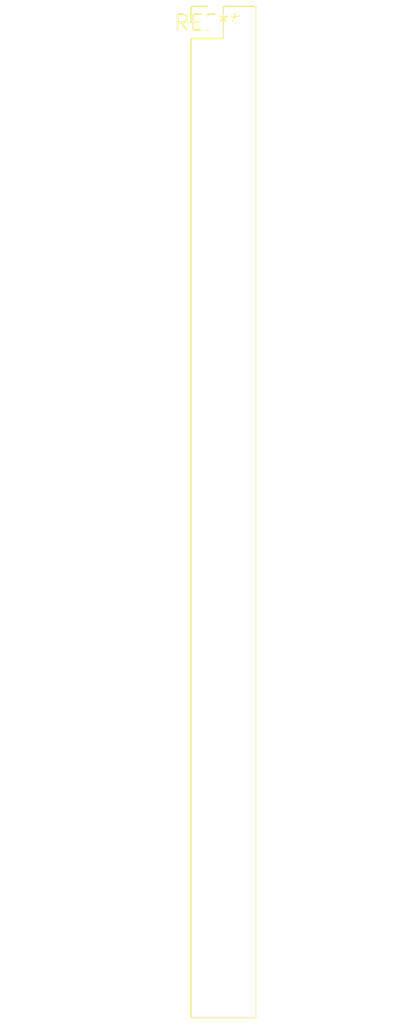
<source format=kicad_pcb>
(kicad_pcb (version 20240108) (generator pcbnew)
  (layers (0 "F.Cu" signal) (31 "B.Cu" signal) (34 "B.Paste" user) (35 "F.Paste" user) (36 "B.SilkS" user "B.Silkscreen") (37 "F.SilkS" user "F.Silkscreen") (38 "B.Mask" user) (39 "F.Mask" user) (44 "Edge.Cuts" user))
  (net 0 "")
  (footprint "PinHeader_2x32_P2.54mm_Vertical" (layer "F.Cu") (at 0 0)
    (property "Reference" "REF**")
    (property "Value" "PinHeader_2x32_P2.54mm_Vertical")
    (fp_line (start -1.33 -1.33) (end 0 -1.33) (layer "F.SilkS") (stroke (width 0.12)))
    (fp_line (start -1.33 0) (end -1.33 -1.33) (layer "F.SilkS") (stroke (width 0.12)))
    (fp_line (start -1.33 1.27) (end -1.33 80.07) (layer "F.SilkS") (stroke (width 0.12)))
    (fp_line (start -1.33 1.27) (end 1.27 1.27) (layer "F.SilkS") (stroke (width 0.12)))
    (fp_line (start -1.33 80.07) (end 3.87 80.07) (layer "F.SilkS") (stroke (width 0.12)))
    (fp_line (start 1.27 -1.33) (end 3.87 -1.33) (layer "F.SilkS") (stroke (width 0.12)))
    (fp_line (start 1.27 1.27) (end 1.27 -1.33) (layer "F.SilkS") (stroke (width 0.12)))
    (fp_line (start 3.87 -1.33) (end 3.87 80.07) (layer "F.SilkS") (stroke (width 0.12)))
    (pad "1" thru_hole rect (at 0 0) (size 1.7 1.7) (drill 1) (layers *.Cu *.Mask) (remove_unused_layers))
    (pad "2" thru_hole oval (at 2.54 0) (size 1.7 1.7) (drill 1) (layers *.Cu *.Mask) (remove_unused_layers))
    (pad "3" thru_hole oval (at 0 2.54) (size 1.7 1.7) (drill 1) (layers *.Cu *.Mask) (remove_unused_layers))
    (pad "4" thru_hole oval (at 2.54 2.54) (size 1.7 1.7) (drill 1) (layers *.Cu *.Mask) (remove_unused_layers))
    (pad "5" thru_hole oval (at 0 5.08) (size 1.7 1.7) (drill 1) (layers *.Cu *.Mask) (remove_unused_layers))
    (pad "6" thru_hole oval (at 2.54 5.08) (size 1.7 1.7) (drill 1) (layers *.Cu *.Mask) (remove_unused_layers))
    (pad "7" thru_hole oval (at 0 7.62) (size 1.7 1.7) (drill 1) (layers *.Cu *.Mask) (remove_unused_layers))
    (pad "8" thru_hole oval (at 2.54 7.62) (size 1.7 1.7) (drill 1) (layers *.Cu *.Mask) (remove_unused_layers))
    (pad "9" thru_hole oval (at 0 10.16) (size 1.7 1.7) (drill 1) (layers *.Cu *.Mask) (remove_unused_layers))
    (pad "10" thru_hole oval (at 2.54 10.16) (size 1.7 1.7) (drill 1) (layers *.Cu *.Mask) (remove_unused_layers))
    (pad "11" thru_hole oval (at 0 12.7) (size 1.7 1.7) (drill 1) (layers *.Cu *.Mask) (remove_unused_layers))
    (pad "12" thru_hole oval (at 2.54 12.7) (size 1.7 1.7) (drill 1) (layers *.Cu *.Mask) (remove_unused_layers))
    (pad "13" thru_hole oval (at 0 15.24) (size 1.7 1.7) (drill 1) (layers *.Cu *.Mask) (remove_unused_layers))
    (pad "14" thru_hole oval (at 2.54 15.24) (size 1.7 1.7) (drill 1) (layers *.Cu *.Mask) (remove_unused_layers))
    (pad "15" thru_hole oval (at 0 17.78) (size 1.7 1.7) (drill 1) (layers *.Cu *.Mask) (remove_unused_layers))
    (pad "16" thru_hole oval (at 2.54 17.78) (size 1.7 1.7) (drill 1) (layers *.Cu *.Mask) (remove_unused_layers))
    (pad "17" thru_hole oval (at 0 20.32) (size 1.7 1.7) (drill 1) (layers *.Cu *.Mask) (remove_unused_layers))
    (pad "18" thru_hole oval (at 2.54 20.32) (size 1.7 1.7) (drill 1) (layers *.Cu *.Mask) (remove_unused_layers))
    (pad "19" thru_hole oval (at 0 22.86) (size 1.7 1.7) (drill 1) (layers *.Cu *.Mask) (remove_unused_layers))
    (pad "20" thru_hole oval (at 2.54 22.86) (size 1.7 1.7) (drill 1) (layers *.Cu *.Mask) (remove_unused_layers))
    (pad "21" thru_hole oval (at 0 25.4) (size 1.7 1.7) (drill 1) (layers *.Cu *.Mask) (remove_unused_layers))
    (pad "22" thru_hole oval (at 2.54 25.4) (size 1.7 1.7) (drill 1) (layers *.Cu *.Mask) (remove_unused_layers))
    (pad "23" thru_hole oval (at 0 27.94) (size 1.7 1.7) (drill 1) (layers *.Cu *.Mask) (remove_unused_layers))
    (pad "24" thru_hole oval (at 2.54 27.94) (size 1.7 1.7) (drill 1) (layers *.Cu *.Mask) (remove_unused_layers))
    (pad "25" thru_hole oval (at 0 30.48) (size 1.7 1.7) (drill 1) (layers *.Cu *.Mask) (remove_unused_layers))
    (pad "26" thru_hole oval (at 2.54 30.48) (size 1.7 1.7) (drill 1) (layers *.Cu *.Mask) (remove_unused_layers))
    (pad "27" thru_hole oval (at 0 33.02) (size 1.7 1.7) (drill 1) (layers *.Cu *.Mask) (remove_unused_layers))
    (pad "28" thru_hole oval (at 2.54 33.02) (size 1.7 1.7) (drill 1) (layers *.Cu *.Mask) (remove_unused_layers))
    (pad "29" thru_hole oval (at 0 35.56) (size 1.7 1.7) (drill 1) (layers *.Cu *.Mask) (remove_unused_layers))
    (pad "30" thru_hole oval (at 2.54 35.56) (size 1.7 1.7) (drill 1) (layers *.Cu *.Mask) (remove_unused_layers))
    (pad "31" thru_hole oval (at 0 38.1) (size 1.7 1.7) (drill 1) (layers *.Cu *.Mask) (remove_unused_layers))
    (pad "32" thru_hole oval (at 2.54 38.1) (size 1.7 1.7) (drill 1) (layers *.Cu *.Mask) (remove_unused_layers))
    (pad "33" thru_hole oval (at 0 40.64) (size 1.7 1.7) (drill 1) (layers *.Cu *.Mask) (remove_unused_layers))
    (pad "34" thru_hole oval (at 2.54 40.64) (size 1.7 1.7) (drill 1) (layers *.Cu *.Mask) (remove_unused_layers))
    (pad "35" thru_hole oval (at 0 43.18) (size 1.7 1.7) (drill 1) (layers *.Cu *.Mask) (remove_unused_layers))
    (pad "36" thru_hole oval (at 2.54 43.18) (size 1.7 1.7) (drill 1) (layers *.Cu *.Mask) (remove_unused_layers))
    (pad "37" thru_hole oval (at 0 45.72) (size 1.7 1.7) (drill 1) (layers *.Cu *.Mask) (remove_unused_layers))
    (pad "38" thru_hole oval (at 2.54 45.72) (size 1.7 1.7) (drill 1) (layers *.Cu *.Mask) (remove_unused_layers))
    (pad "39" thru_hole oval (at 0 48.26) (size 1.7 1.7) (drill 1) (layers *.Cu *.Mask) (remove_unused_layers))
    (pad "40" thru_hole oval (at 2.54 48.26) (size 1.7 1.7) (drill 1) (layers *.Cu *.Mask) (remove_unused_layers))
    (pad "41" thru_hole oval (at 0 50.8) (size 1.7 1.7) (drill 1) (layers *.Cu *.Mask) (remove_unused_layers))
    (pad "42" thru_hole oval (at 2.54 50.8) (size 1.7 1.7) (drill 1) (layers *.Cu *.Mask) (remove_unused_layers))
    (pad "43" thru_hole oval (at 0 53.34) (size 1.7 1.7) (drill 1) (layers *.Cu *.Mask) (remove_unused_layers))
    (pad "44" thru_hole oval (at 2.54 53.34) (size 1.7 1.7) (drill 1) (layers *.Cu *.Mask) (remove_unused_layers))
    (pad "45" thru_hole oval (at 0 55.88) (size 1.7 1.7) (drill 1) (layers *.Cu *.Mask) (remove_unused_layers))
    (pad "46" thru_hole oval (at 2.54 55.88) (size 1.7 1.7) (drill 1) (layers *.Cu *.Mask) (remove_unused_layers))
    (pad "47" thru_hole oval (at 0 58.42) (size 1.7 1.7) (drill 1) (layers *.Cu *.Mask) (remove_unused_layers))
    (pad "48" thru_hole oval (at 2.54 58.42) (size 1.7 1.7) (drill 1) (layers *.Cu *.Mask) (remove_unused_layers))
    (pad "49" thru_hole oval (at 0 60.96) (size 1.7 1.7) (drill 1) (layers *.Cu *.Mask) (remove_unused_layers))
    (pad "50" thru_hole oval (at 2.54 60.96) (size 1.7 1.7) (drill 1) (layers *.Cu *.Mask) (remove_unused_layers))
    (pad "51" thru_hole oval (at 0 63.5) (size 1.7 1.7) (drill 1) (layers *.Cu *.Mask) (remove_unused_layers))
    (pad "52" thru_hole oval (at 2.54 63.5) (size 1.7 1.7) (drill 1) (layers *.Cu *.Mask) (remove_unused_layers))
    (pad "53" thru_hole oval (at 0 66.04) (size 1.7 1.7) (drill 1) (layers *.Cu *.Mask) (remove_unused_layers))
    (pad "54" thru_hole oval (at 2.54 66.04) (size 1.7 1.7) (drill 1) (layers *.Cu *.Mask) (remove_unused_layers))
    (pad "55" thru_hole oval (at 0 68.58) (size 1.7 1.7) (drill 1) (layers *.Cu *.Mask) (remove_unused_layers))
    (pad "56" thru_hole oval (at 2.54 68.58) (size 1.7 1.7) (drill 1) (layers *.Cu *.Mask) (remove_unused_layers))
    (pad "57" thru_hole oval (at 0 71.12) (size 1.7 1.7) (drill 1) (layers *.Cu *.Mask) (remove_unused_layers))
    (pad "58" thru_hole oval (at 2.54 71.12) (size 1.7 1.7) (drill 1) (layers *.Cu *.Mask) (remove_unused_layers))
    (pad "59" thru_hole oval (at 0 73.66) (size 1.7 1.7) (drill 1) (layers *.Cu *.Mask) (remove_unused_layers))
    (pad "60" thru_hole oval (at 2.54 73.66) (size 1.7 1.7) (drill 1) (layers *.Cu *.Mask) (remove_unused_layers))
    (pad "61" thru_hole oval (at 0 76.2) (size 1.7 1.7) (drill 1) (layers *.Cu *.Mask) (remove_unused_layers))
    (pad "62" thru_hole oval (at 2.54 76.2) (size 1.7 1.7) (drill 1) (layers *.Cu *.Mask) (remove_unused_layers))
    (pad "63" thru_hole oval (at 0 78.74) (size 1.7 1.7) (drill 1) (layers *.Cu *.Mask) (remove_unused_layers))
    (pad "64" thru_hole oval (at 2.54 78.74) (size 1.7 1.7) (drill 1) (layers *.Cu *.Mask) (remove_unused_layers))
  )
)
</source>
